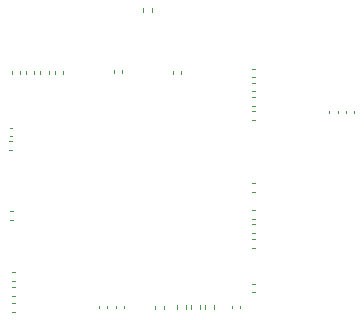
<source format=gbr>
%TF.GenerationSoftware,KiCad,Pcbnew,9.0.4-9.0.4-0~ubuntu24.04.1*%
%TF.CreationDate,2025-09-24T00:09:48+02:00*%
%TF.ProjectId,CarteMere,43617274-654d-4657-9265-2e6b69636164,rev?*%
%TF.SameCoordinates,Original*%
%TF.FileFunction,Legend,Bot*%
%TF.FilePolarity,Positive*%
%FSLAX46Y46*%
G04 Gerber Fmt 4.6, Leading zero omitted, Abs format (unit mm)*
G04 Created by KiCad (PCBNEW 9.0.4-9.0.4-0~ubuntu24.04.1) date 2025-09-24 00:09:48*
%MOMM*%
%LPD*%
G01*
G04 APERTURE LIST*
%ADD10C,0.120000*%
G04 APERTURE END LIST*
D10*
%TO.C,C26*%
X160010000Y-86992164D02*
X160010000Y-87207836D01*
X160730000Y-86992164D02*
X160730000Y-87207836D01*
%TO.C,C14*%
X131710000Y-83877836D02*
X131710000Y-83662164D01*
X132430000Y-83877836D02*
X132430000Y-83662164D01*
%TO.C,C16*%
X131742164Y-101940000D02*
X131957836Y-101940000D01*
X131742164Y-102660000D02*
X131957836Y-102660000D01*
%TO.C,C17*%
X131512164Y-89590000D02*
X131727836Y-89590000D01*
X131512164Y-90310000D02*
X131727836Y-90310000D01*
%TO.C,C29*%
X152277836Y-101640000D02*
X152062164Y-101640000D01*
X152277836Y-102360000D02*
X152062164Y-102360000D01*
%TO.C,C22*%
X143860000Y-103757836D02*
X143860000Y-103542164D01*
X144580000Y-103757836D02*
X144580000Y-103542164D01*
%TO.C,C23*%
X152307836Y-87040000D02*
X152092164Y-87040000D01*
X152307836Y-87760000D02*
X152092164Y-87760000D01*
%TO.C,C19*%
X139060000Y-103737836D02*
X139060000Y-103522164D01*
X139780000Y-103737836D02*
X139780000Y-103522164D01*
%TO.C,C31*%
X152307836Y-85840000D02*
X152092164Y-85840000D01*
X152307836Y-86560000D02*
X152092164Y-86560000D01*
%TO.C,C11*%
X150360000Y-103727836D02*
X150360000Y-103512164D01*
X151080000Y-103727836D02*
X151080000Y-103512164D01*
%TO.C,C25*%
X152277836Y-93140000D02*
X152062164Y-93140000D01*
X152277836Y-93860000D02*
X152062164Y-93860000D01*
%TO.C,C27*%
X152277836Y-97890000D02*
X152062164Y-97890000D01*
X152277836Y-98610000D02*
X152062164Y-98610000D01*
%TO.C,C20*%
X152092164Y-83440000D02*
X152307836Y-83440000D01*
X152092164Y-84160000D02*
X152307836Y-84160000D01*
%TO.C,C30*%
X152307836Y-84640000D02*
X152092164Y-84640000D01*
X152307836Y-85360000D02*
X152092164Y-85360000D01*
%TO.C,C5*%
X131532164Y-88440000D02*
X131747836Y-88440000D01*
X131532164Y-89160000D02*
X131747836Y-89160000D01*
%TO.C,C28*%
X140510000Y-103737836D02*
X140510000Y-103522164D01*
X141230000Y-103737836D02*
X141230000Y-103522164D01*
%TO.C,C10*%
X131742164Y-100690000D02*
X131957836Y-100690000D01*
X131742164Y-101410000D02*
X131957836Y-101410000D01*
%TO.C,C9*%
X131572164Y-95510000D02*
X131787836Y-95510000D01*
X131572164Y-96230000D02*
X131787836Y-96230000D01*
%TO.C,C33*%
X134110000Y-83662164D02*
X134110000Y-83877836D01*
X134830000Y-83662164D02*
X134830000Y-83877836D01*
%TO.C,C8*%
X131957836Y-103290000D02*
X131742164Y-103290000D01*
X131957836Y-104010000D02*
X131742164Y-104010000D01*
%TO.C,C21*%
X145360000Y-83642164D02*
X145360000Y-83857836D01*
X146080000Y-83642164D02*
X146080000Y-83857836D01*
%TO.C,C7*%
X140360000Y-83562164D02*
X140360000Y-83777836D01*
X141080000Y-83562164D02*
X141080000Y-83777836D01*
%TO.C,R20*%
X145740000Y-103436359D02*
X145740000Y-103743641D01*
X146500000Y-103436359D02*
X146500000Y-103743641D01*
%TO.C,R23*%
X142830000Y-78623641D02*
X142830000Y-78316359D01*
X143590000Y-78623641D02*
X143590000Y-78316359D01*
%TO.C,C32*%
X135360000Y-83662164D02*
X135360000Y-83877836D01*
X136080000Y-83662164D02*
X136080000Y-83877836D01*
%TO.C,C13*%
X132910000Y-83672164D02*
X132910000Y-83887836D01*
X133630000Y-83672164D02*
X133630000Y-83887836D01*
%TO.C,R21*%
X146890000Y-103436359D02*
X146890000Y-103743641D01*
X147650000Y-103436359D02*
X147650000Y-103743641D01*
%TO.C,R5*%
X152026359Y-96620000D02*
X152333641Y-96620000D01*
X152026359Y-97380000D02*
X152333641Y-97380000D01*
%TO.C,R11*%
X148040000Y-103436359D02*
X148040000Y-103743641D01*
X148800000Y-103436359D02*
X148800000Y-103743641D01*
%TO.C,C24*%
X158610000Y-86992164D02*
X158610000Y-87207836D01*
X159330000Y-86992164D02*
X159330000Y-87207836D01*
%TO.C,R3*%
X152026359Y-95370000D02*
X152333641Y-95370000D01*
X152026359Y-96130000D02*
X152333641Y-96130000D01*
%TD*%
M02*

</source>
